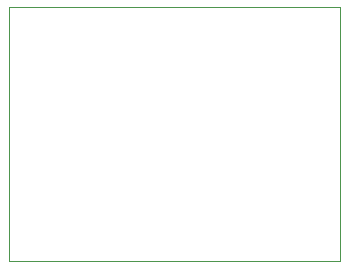
<source format=gm1>
%TF.GenerationSoftware,KiCad,Pcbnew,8.0.2-8.0.2-0~ubuntu22.04.1*%
%TF.CreationDate,2024-05-29T19:46:19+02:00*%
%TF.ProjectId,nrf51_devboard,6e726635-315f-4646-9576-626f6172642e,0.1*%
%TF.SameCoordinates,Original*%
%TF.FileFunction,Profile,NP*%
%FSLAX46Y46*%
G04 Gerber Fmt 4.6, Leading zero omitted, Abs format (unit mm)*
G04 Created by KiCad (PCBNEW 8.0.2-8.0.2-0~ubuntu22.04.1) date 2024-05-29 19:46:19*
%MOMM*%
%LPD*%
G01*
G04 APERTURE LIST*
%TA.AperFunction,Profile*%
%ADD10C,0.100000*%
%TD*%
G04 APERTURE END LIST*
D10*
X120000000Y-70000000D02*
X92000000Y-70000000D01*
X92000000Y-70000000D02*
X92000000Y-48500000D01*
X92000000Y-48500000D02*
X120000000Y-48500000D01*
X120000000Y-48500000D02*
X120000000Y-70000000D01*
M02*

</source>
